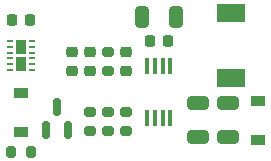
<source format=gtp>
%TF.GenerationSoftware,KiCad,Pcbnew,(6.0.0-0)*%
%TF.CreationDate,2023-05-28T12:29:54+10:00*%
%TF.ProjectId,motor-driver,6d6f746f-722d-4647-9269-7665722e6b69,v1.0.0*%
%TF.SameCoordinates,Original*%
%TF.FileFunction,Paste,Top*%
%TF.FilePolarity,Positive*%
%FSLAX46Y46*%
G04 Gerber Fmt 4.6, Leading zero omitted, Abs format (unit mm)*
G04 Created by KiCad (PCBNEW (6.0.0-0)) date 2023-05-28 12:29:54*
%MOMM*%
%LPD*%
G01*
G04 APERTURE LIST*
G04 Aperture macros list*
%AMRoundRect*
0 Rectangle with rounded corners*
0 $1 Rounding radius*
0 $2 $3 $4 $5 $6 $7 $8 $9 X,Y pos of 4 corners*
0 Add a 4 corners polygon primitive as box body*
4,1,4,$2,$3,$4,$5,$6,$7,$8,$9,$2,$3,0*
0 Add four circle primitives for the rounded corners*
1,1,$1+$1,$2,$3*
1,1,$1+$1,$4,$5*
1,1,$1+$1,$6,$7*
1,1,$1+$1,$8,$9*
0 Add four rect primitives between the rounded corners*
20,1,$1+$1,$2,$3,$4,$5,0*
20,1,$1+$1,$4,$5,$6,$7,0*
20,1,$1+$1,$6,$7,$8,$9,0*
20,1,$1+$1,$8,$9,$2,$3,0*%
G04 Aperture macros list end*
%ADD10RoundRect,0.225000X-0.225000X-0.250000X0.225000X-0.250000X0.225000X0.250000X-0.225000X0.250000X0*%
%ADD11RoundRect,0.250000X0.325000X0.650000X-0.325000X0.650000X-0.325000X-0.650000X0.325000X-0.650000X0*%
%ADD12R,0.950000X1.170000*%
%ADD13R,0.500000X0.250000*%
%ADD14RoundRect,0.225000X0.250000X-0.225000X0.250000X0.225000X-0.250000X0.225000X-0.250000X-0.225000X0*%
%ADD15RoundRect,0.200000X0.275000X-0.200000X0.275000X0.200000X-0.275000X0.200000X-0.275000X-0.200000X0*%
%ADD16R,2.400000X1.500000*%
%ADD17R,1.200000X0.900000*%
%ADD18RoundRect,0.200000X0.200000X0.275000X-0.200000X0.275000X-0.200000X-0.275000X0.200000X-0.275000X0*%
%ADD19RoundRect,0.250000X0.650000X-0.325000X0.650000X0.325000X-0.650000X0.325000X-0.650000X-0.325000X0*%
%ADD20RoundRect,0.150000X0.150000X-0.587500X0.150000X0.587500X-0.150000X0.587500X-0.150000X-0.587500X0*%
%ADD21RoundRect,0.225000X0.225000X0.250000X-0.225000X0.250000X-0.225000X-0.250000X0.225000X-0.250000X0*%
%ADD22R,0.450000X1.450000*%
%ADD23RoundRect,0.225000X-0.250000X0.225000X-0.250000X-0.225000X0.250000X-0.225000X0.250000X0.225000X0*%
G04 APERTURE END LIST*
D10*
%TO.C,C5*%
X136385000Y-93726000D03*
X137935000Y-93726000D03*
%TD*%
D11*
%TO.C,C1*%
X150319000Y-93472000D03*
X147369000Y-93472000D03*
%TD*%
D12*
%TO.C,U2*%
X137160000Y-97459000D03*
X137160000Y-96089000D03*
D13*
X136210000Y-95524000D03*
X136210000Y-96024000D03*
X136210000Y-96524000D03*
X136210000Y-97024000D03*
X136210000Y-97524000D03*
X136210000Y-98024000D03*
X138110000Y-98024000D03*
X138110000Y-97524000D03*
X138110000Y-97024000D03*
X138110000Y-96524000D03*
X138110000Y-96024000D03*
X138110000Y-95524000D03*
%TD*%
D14*
%TO.C,C6*%
X143002000Y-98057000D03*
X143002000Y-96507000D03*
%TD*%
D15*
%TO.C,R4*%
X143002000Y-103187000D03*
X143002000Y-101537000D03*
%TD*%
D16*
%TO.C,L1*%
X154940000Y-93135000D03*
X154940000Y-98635000D03*
%TD*%
D14*
%TO.C,C4*%
X146050000Y-98057000D03*
X146050000Y-96507000D03*
%TD*%
D17*
%TO.C,D2*%
X137160000Y-99950000D03*
X137160000Y-103250000D03*
%TD*%
D15*
%TO.C,R3*%
X146050000Y-103187000D03*
X146050000Y-101537000D03*
%TD*%
D18*
%TO.C,R5*%
X137985000Y-104902000D03*
X136335000Y-104902000D03*
%TD*%
D19*
%TO.C,C8*%
X154686000Y-103710000D03*
X154686000Y-100760000D03*
%TD*%
D20*
%TO.C,Q1*%
X139258000Y-103045500D03*
X141158000Y-103045500D03*
X140208000Y-101170500D03*
%TD*%
D15*
%TO.C,R2*%
X144526000Y-103187000D03*
X144526000Y-101537000D03*
%TD*%
D19*
%TO.C,C7*%
X152146000Y-103710000D03*
X152146000Y-100760000D03*
%TD*%
D21*
%TO.C,C2*%
X149619000Y-95504000D03*
X148069000Y-95504000D03*
%TD*%
D17*
%TO.C,D1*%
X157226000Y-103885000D03*
X157226000Y-100585000D03*
%TD*%
D22*
%TO.C,U1*%
X147869000Y-102022000D03*
X148519000Y-102022000D03*
X149169000Y-102022000D03*
X149819000Y-102022000D03*
X149819000Y-97622000D03*
X149169000Y-97622000D03*
X148519000Y-97622000D03*
X147869000Y-97622000D03*
%TD*%
D23*
%TO.C,C3*%
X141478000Y-96507000D03*
X141478000Y-98057000D03*
%TD*%
D15*
%TO.C,R1*%
X144526000Y-98107000D03*
X144526000Y-96457000D03*
%TD*%
M02*

</source>
